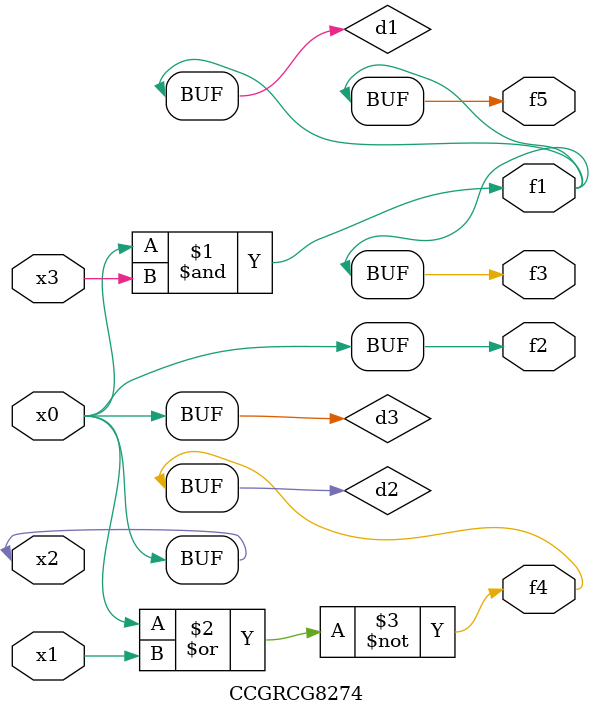
<source format=v>
module CCGRCG8274(
	input x0, x1, x2, x3,
	output f1, f2, f3, f4, f5
);

	wire d1, d2, d3;

	and (d1, x2, x3);
	nor (d2, x0, x1);
	buf (d3, x0, x2);
	assign f1 = d1;
	assign f2 = d3;
	assign f3 = d1;
	assign f4 = d2;
	assign f5 = d1;
endmodule

</source>
